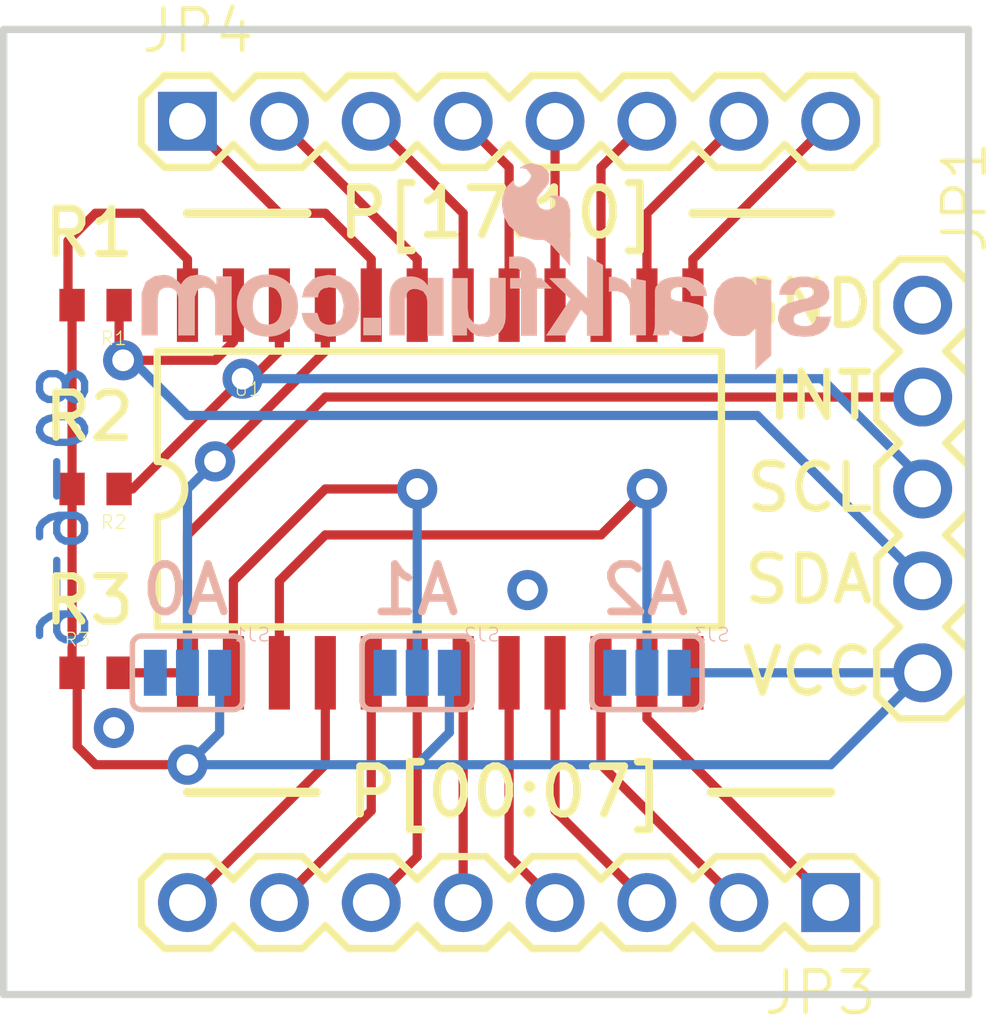
<source format=kicad_pcb>
(kicad_pcb (version 20211014) (generator pcbnew)
  (layers (0 "F.Cu" signal) (31 "B.Cu" signal) (34 "B.Paste" user) (35 "F.Paste" user) (36 "B.SilkS" user "B.Silkscreen") (37 "F.SilkS" user "F.Silkscreen") (38 "B.Mask" user) (39 "F.Mask" user) (44 "Edge.Cuts" user))
  (net 0 "")
  (net 1 "VCC")
  (net 2 "GND")
  (net 3 "A0")
  (net 4 "A1")
  (net 5 "A2")
  (net 6 "INT")
  (net 7 "PO0")
  (net 8 "PO1")
  (net 9 "PO3")
  (net 10 "PO4")
  (net 11 "PO5")
  (net 12 "PO6")
  (net 13 "PO7")
  (net 14 "SDA")
  (net 15 "SCL")
  (net 16 "P17")
  (net 17 "P16")
  (net 18 "P15")
  (net 19 "P14")
  (net 20 "P13")
  (net 21 "P12")
  (net 22 "P11")
  (net 23 "P10")
  (net 24 "PO2")
  (footprint "boardEagle:1X08" (layer "F.Cu") (at 140.2461 94.2086)
    (fp_text reference "JP4" (at -1.3462 -1.8288) (layer "F.SilkS") (effects (font (size 1.143 1.143) (thickness 0.127)) (justify left bottom)))
    (fp_text value "")
    (pad "1" thru_hole rect (at 0 0 90) (size 1.6256 1.6256) (drill 1.016) (layers *.Cu *.Mask) (net 16 "P17"))
    (pad "2" thru_hole circle (at 2.54 0 90) (size 1.6256 1.6256) (drill 1.016) (layers *.Cu *.Mask) (net 17 "P16"))
    (pad "3" thru_hole circle (at 5.08 0 90) (size 1.6256 1.6256) (drill 1.016) (layers *.Cu *.Mask) (net 18 "P15"))
    (pad "4" thru_hole circle (at 7.62 0 90) (size 1.6256 1.6256) (drill 1.016) (layers *.Cu *.Mask) (net 19 "P14"))
    (pad "5" thru_hole circle (at 10.16 0 90) (size 1.6256 1.6256) (drill 1.016) (layers *.Cu *.Mask) (net 20 "P13"))
    (pad "6" thru_hole circle (at 12.7 0 90) (size 1.6256 1.6256) (drill 1.016) (layers *.Cu *.Mask) (net 21 "P12"))
    (pad "7" thru_hole circle (at 15.24 0 90) (size 1.6256 1.6256) (drill 1.016) (layers *.Cu *.Mask) (net 22 "P11"))
    (pad "8" thru_hole circle (at 17.78 0 90) (size 1.6256 1.6256) (drill 1.016) (layers *.Cu *.Mask) (net 23 "P10"))
  )
  (footprint "boardEagle:C0402" (layer "F.Cu") (at 137.7061 99.2886 180)
    (fp_text reference "R1" (at -0.889 -0.6985 180) (layer "F.SilkS") (effects (font (size 0.373888 0.373888) (thickness 0.032512)) (justify right top)))
    (fp_text value "")
    (pad "1" smd rect (at -0.65 0 180) (size 0.7 0.9) (layers "F.Cu" "F.Paste" "F.Mask") (net 14 "SDA"))
    (pad "2" smd rect (at 0.65 0 180) (size 0.7 0.9) (layers "F.Cu" "F.Paste" "F.Mask") (net 1 "VCC"))
  )
  (footprint "boardEagle:1X08" (layer "F.Cu") (at 158.0261 115.7986 180)
    (fp_text reference "JP3" (at -1.3462 -1.8288 180) (layer "F.SilkS") (effects (font (size 1.143 1.143) (thickness 0.127)) (justify right top)))
    (fp_text value "")
    (pad "1" thru_hole rect (at 0 0 270) (size 1.6256 1.6256) (drill 1.016) (layers *.Cu *.Mask) (net 13 "PO7"))
    (pad "2" thru_hole circle (at 2.54 0 270) (size 1.6256 1.6256) (drill 1.016) (layers *.Cu *.Mask) (net 12 "PO6"))
    (pad "3" thru_hole circle (at 5.08 0 270) (size 1.6256 1.6256) (drill 1.016) (layers *.Cu *.Mask) (net 11 "PO5"))
    (pad "4" thru_hole circle (at 7.62 0 270) (size 1.6256 1.6256) (drill 1.016) (layers *.Cu *.Mask) (net 10 "PO4"))
    (pad "5" thru_hole circle (at 10.16 0 270) (size 1.6256 1.6256) (drill 1.016) (layers *.Cu *.Mask) (net 9 "PO3"))
    (pad "6" thru_hole circle (at 12.7 0 270) (size 1.6256 1.6256) (drill 1.016) (layers *.Cu *.Mask) (net 24 "PO2"))
    (pad "7" thru_hole circle (at 15.24 0 270) (size 1.6256 1.6256) (drill 1.016) (layers *.Cu *.Mask) (net 8 "PO1"))
    (pad "8" thru_hole circle (at 17.78 0 270) (size 1.6256 1.6256) (drill 1.016) (layers *.Cu *.Mask) (net 7 "PO0"))
  )
  (footprint "boardEagle:C0402" (layer "F.Cu") (at 137.7061 104.3686 180)
    (fp_text reference "R2" (at -0.889 -0.6985 180) (layer "F.SilkS") (effects (font (size 0.373888 0.373888) (thickness 0.032512)) (justify right top)))
    (fp_text value "")
    (pad "1" smd rect (at -0.65 0 180) (size 0.7 0.9) (layers "F.Cu" "F.Paste" "F.Mask") (net 15 "SCL"))
    (pad "2" smd rect (at 0.65 0 180) (size 0.7 0.9) (layers "F.Cu" "F.Paste" "F.Mask") (net 1 "VCC"))
  )
  (footprint "boardEagle:C0402" (layer "F.Cu") (at 137.7061 109.4486)
    (fp_text reference "R3" (at -0.889 -0.6985) (layer "F.SilkS") (effects (font (size 0.373888 0.373888) (thickness 0.032512)) (justify left bottom)))
    (fp_text value "")
    (pad "1" smd rect (at -0.65 0) (size 0.7 0.9) (layers "F.Cu" "F.Paste" "F.Mask") (net 1 "VCC"))
    (pad "2" smd rect (at 0.65 0) (size 0.7 0.9) (layers "F.Cu" "F.Paste" "F.Mask") (net 6 "INT"))
  )
  (footprint "boardEagle:SO-24DW" (layer "F.Cu") (at 146.5961 104.3686)
    (fp_text reference "U1" (at -5.08 -2.54) (layer "F.SilkS") (effects (font (size 0.373888 0.373888) (thickness 0.032512)) (justify left bottom)))
    (fp_text value "PCF8575C")
    (pad "1" smd rect (at -6.35 5.08 90) (size 2.032 0.5842) (layers "F.Cu" "F.Paste" "F.Mask") (net 6 "INT"))
    (pad "2" smd rect (at -5.08 5.08 90) (size 2.032 0.5842) (layers "F.Cu" "F.Paste" "F.Mask") (net 4 "A1"))
    (pad "3" smd rect (at -3.81 5.08 90) (size 2.032 0.5842) (layers "F.Cu" "F.Paste" "F.Mask") (net 5 "A2"))
    (pad "4" smd rect (at -2.54 5.08 90) (size 2.032 0.5842) (layers "F.Cu" "F.Paste" "F.Mask") (net 7 "PO0"))
    (pad "5" smd rect (at -1.27 5.08 90) (size 2.032 0.5842) (layers "F.Cu" "F.Paste" "F.Mask") (net 8 "PO1"))
    (pad "6" smd rect (at 0 5.08 90) (size 2.032 0.5842) (layers "F.Cu" "F.Paste" "F.Mask") (net 24 "PO2"))
    (pad "7" smd rect (at 1.27 5.08 90) (size 2.032 0.5842) (layers "F.Cu" "F.Paste" "F.Mask") (net 9 "PO3"))
    (pad "8" smd rect (at 2.54 5.08 90) (size 2.032 0.5842) (layers "F.Cu" "F.Paste" "F.Mask") (net 10 "PO4"))
    (pad "9" smd rect (at 3.81 5.08 90) (size 2.032 0.5842) (layers "F.Cu" "F.Paste" "F.Mask") (net 11 "PO5"))
    (pad "10" smd rect (at 5.08 5.08 90) (size 2.032 0.5842) (layers "F.Cu" "F.Paste" "F.Mask") (net 12 "PO6"))
    (pad "11" smd rect (at 6.35 5.08 90) (size 2.032 0.5842) (layers "F.Cu" "F.Paste" "F.Mask") (net 13 "PO7"))
    (pad "12" smd rect (at 7.62 5.08 90) (size 2.032 0.5842) (layers "F.Cu" "F.Paste" "F.Mask") (net 2 "GND"))
    (pad "13" smd rect (at 7.62 -5.08 90) (size 2.032 0.5842) (layers "F.Cu" "F.Paste" "F.Mask") (net 23 "P10"))
    (pad "14" smd rect (at 6.35 -5.08 90) (size 2.032 0.5842) (layers "F.Cu" "F.Paste" "F.Mask") (net 22 "P11"))
    (pad "15" smd rect (at 5.08 -5.08 90) (size 2.032 0.5842) (layers "F.Cu" "F.Paste" "F.Mask") (net 21 "P12"))
    (pad "16" smd rect (at 3.81 -5.08 90) (size 2.032 0.5842) (layers "F.Cu" "F.Paste" "F.Mask") (net 20 "P13"))
    (pad "17" smd rect (at 2.54 -5.08 90) (size 2.032 0.5842) (layers "F.Cu" "F.Paste" "F.Mask") (net 19 "P14"))
    (pad "18" smd rect (at 1.27 -5.08 90) (size 2.032 0.5842) (layers "F.Cu" "F.Paste" "F.Mask") (net 18 "P15"))
    (pad "19" smd rect (at 0 -5.08 90) (size 2.032 0.5842) (layers "F.Cu" "F.Paste" "F.Mask") (net 17 "P16"))
    (pad "20" smd rect (at -1.27 -5.08 90) (size 2.032 0.5842) (layers "F.Cu" "F.Paste" "F.Mask") (net 16 "P17"))
    (pad "21" smd rect (at -2.54 -5.08 90) (size 2.032 0.5842) (layers "F.Cu" "F.Paste" "F.Mask") (net 3 "A0"))
    (pad "22" smd rect (at -3.81 -5.08 90) (size 2.032 0.5842) (layers "F.Cu" "F.Paste" "F.Mask") (net 15 "SCL"))
    (pad "23" smd rect (at -5.08 -5.08 90) (size 2.032 0.5842) (layers "F.Cu" "F.Paste" "F.Mask") (net 14 "SDA"))
    (pad "24" smd rect (at -6.35 -5.08 90) (size 2.032 0.5842) (layers "F.Cu" "F.Paste" "F.Mask") (net 1 "VCC"))
  )
  (footprint "boardEagle:1X05" (layer "F.Cu") (at 160.5661 99.2886 -90)
    (fp_text reference "JP1" (at -1.3462 -1.8288 -90) (layer "F.SilkS") (effects (font (size 1.143 1.143) (thickness 0.127)) (justify left bottom)))
    (fp_text value "")
    (pad "1" thru_hole circle (at 0 0) (size 1.6256 1.6256) (drill 1.016) (layers *.Cu *.Mask) (net 2 "GND"))
    (pad "2" thru_hole circle (at 2.54 0) (size 1.6256 1.6256) (drill 1.016) (layers *.Cu *.Mask) (net 6 "INT"))
    (pad "3" thru_hole circle (at 5.08 0) (size 1.6256 1.6256) (drill 1.016) (layers *.Cu *.Mask) (net 15 "SCL"))
    (pad "4" thru_hole circle (at 7.62 0) (size 1.6256 1.6256) (drill 1.016) (layers *.Cu *.Mask) (net 14 "SDA"))
    (pad "5" thru_hole circle (at 10.16 0) (size 1.6256 1.6256) (drill 1.016) (layers *.Cu *.Mask) (net 1 "VCC"))
  )
  (footprint "boardEagle:SJ_3" (layer "B.Cu") (at 152.9461 109.4486 180)
    (fp_text reference "SJ3" (at -1.27 1.27) (layer "B.SilkS") (effects (font (size 0.373888 0.373888) (thickness 0.032512)) (justify right top mirror)))
    (fp_text value "A2")
    (pad "1" smd rect (at -0.889 0 180) (size 0.635 1.27) (layers "B.Cu" "B.Paste" "B.Mask") (net 1 "VCC"))
    (pad "2" smd rect (at 0 0 180) (size 0.635 1.27) (layers "B.Cu" "B.Paste" "B.Mask") (net 5 "A2"))
    (pad "3" smd rect (at 0.889 0 180) (size 0.635 1.27) (layers "B.Cu" "B.Paste" "B.Mask") (net 2 "GND"))
  )
  (footprint "boardEagle:SJ_3" (layer "B.Cu") (at 146.5961 109.4486 180)
    (fp_text reference "SJ2" (at -1.27 1.27) (layer "B.SilkS") (effects (font (size 0.373888 0.373888) (thickness 0.032512)) (justify right top mirror)))
    (fp_text value "A1")
    (pad "1" smd rect (at -0.889 0 180) (size 0.635 1.27) (layers "B.Cu" "B.Paste" "B.Mask") (net 1 "VCC"))
    (pad "2" smd rect (at 0 0 180) (size 0.635 1.27) (layers "B.Cu" "B.Paste" "B.Mask") (net 4 "A1"))
    (pad "3" smd rect (at 0.889 0 180) (size 0.635 1.27) (layers "B.Cu" "B.Paste" "B.Mask") (net 2 "GND"))
  )
  (footprint "boardEagle:SFE-NEW-WEBLOGO" (layer "B.Cu") (at 158.0261 101.0666 180)
    (fp_text reference "U$2" hide)
    (fp_text value "LOGO-SFENEW" hide)
  )
  (footprint "boardEagle:SJ_3" (layer "B.Cu") (at 140.2461 109.4486 180)
    (fp_text reference "SJ1" (at -1.27 1.27) (layer "B.SilkS") (effects (font (size 0.373888 0.373888) (thickness 0.032512)) (justify right top mirror)))
    (fp_text value "A0")
    (pad "1" smd rect (at -0.889 0 180) (size 0.635 1.27) (layers "B.Cu" "B.Paste" "B.Mask") (net 1 "VCC"))
    (pad "2" smd rect (at 0 0 180) (size 0.635 1.27) (layers "B.Cu" "B.Paste" "B.Mask") (net 3 "A0"))
    (pad "3" smd rect (at 0.889 0 180) (size 0.635 1.27) (layers "B.Cu" "B.Paste" "B.Mask") (net 2 "GND"))
  )
  (gr_line (start 140.2461 112.7506) (end 143.8021 112.7506) (layer "F.SilkS") (width 0.254))
  (gr_line (start 154.7241 112.7506) (end 158.0261 112.7506) (layer "F.SilkS") (width 0.254))
  (gr_line (start 154.2161 96.7486) (end 158.0261 96.7486) (layer "F.SilkS") (width 0.254))
  (gr_line (start 140.2461 96.7486) (end 143.5481 96.7486) (layer "F.SilkS") (width 0.254))
  (gr_line (start 161.8361 118.3386) (end 161.8361 91.6686) (layer "Edge.Cuts") (width 0.2032))
  (gr_line (start 135.1661 91.6686) (end 135.1661 118.3386) (layer "Edge.Cuts") (width 0.2032))
  (gr_line (start 135.1661 118.3386) (end 161.8361 118.3386) (layer "Edge.Cuts") (width 0.2032))
  (gr_line (start 161.8361 91.6686) (end 135.1661 91.6686) (layer "Edge.Cuts") (width 0.2032))
  (gr_text "9-9-08" (at 137.4521 100.8126 -90) (layer "B.Cu") (effects (font (size 1.245108 1.245108) (thickness 0.202692)) (justify right top mirror)))
  (gr_text "A0" (at 141.5161 107.9246) (layer "B.SilkS") (effects (font (size 1.31064 1.31064) (thickness 0.21336)) (justify left bottom mirror)))
  (gr_text "A1" (at 147.8661 107.9246) (layer "B.SilkS") (effects (font (size 1.31064 1.31064) (thickness 0.21336)) (justify left bottom mirror)))
  (gr_text "A2" (at 154.2161 107.9246) (layer "B.SilkS") (effects (font (size 1.31064 1.31064) (thickness 0.21336)) (justify left bottom mirror)))
  (gr_text "P[17:10]" (at 144.3101 97.5106) (layer "F.SilkS") (effects (font (size 1.31064 1.31064) (thickness 0.21336)) (justify left bottom)))
  (gr_text "SCL" (at 159.2961 103.6066) (layer "F.SilkS") (effects (font (size 1.245108 1.245108) (thickness 0.202692)) (justify right top)))
  (gr_text "R3" (at 136.1821 108.1786) (layer "F.SilkS") (effects (font (size 1.245108 1.245108) (thickness 0.202692)) (justify left bottom)))
  (gr_text "R2" (at 136.1821 103.0986) (layer "F.SilkS") (effects (font (size 1.245108 1.245108) (thickness 0.202692)) (justify left bottom)))
  (gr_text "GND" (at 159.2961 98.5266) (layer "F.SilkS") (effects (font (size 1.245108 1.245108) (thickness 0.202692)) (justify right top)))
  (gr_text "P[00:07]" (at 144.5641 113.5126) (layer "F.SilkS") (effects (font (size 1.31064 1.31064) (thickness 0.21336)) (justify left bottom)))
  (gr_text "INT" (at 159.2961 101.0666) (layer "F.SilkS") (effects (font (size 1.245108 1.245108) (thickness 0.202692)) (justify right top)))
  (gr_text "VCC" (at 159.2961 108.6866) (layer "F.SilkS") (effects (font (size 1.245108 1.245108) (thickness 0.202692)) (justify right top)))
  (gr_text "SDA" (at 159.2961 106.1466) (layer "F.SilkS") (effects (font (size 1.245108 1.245108) (thickness 0.202692)) (justify right top)))
  (gr_text "R1" (at 136.1821 98.0186) (layer "F.SilkS") (effects (font (size 1.245108 1.245108) (thickness 0.202692)) (justify left bottom)))
  (segment (start 137.0561 104.2566) (end 137.0561 99.2886) (width 0.254) (layer "F.Cu") (net 1))
  (segment (start 137.1981 109.4486) (end 137.0561 109.4486) (width 0.254) (layer "F.Cu") (net 1))
  (segment (start 136.9441 97.5106) (end 137.7061 96.7486) (width 0.254) (layer "F.Cu") (net 1))
  (segment (start 137.7061 111.9886) (end 140.2461 111.9886) (width 0.254) (layer "F.Cu") (net 1))
  (segment (start 140.2461 98.0186) (end 140.2461 99.2886) (width 0.254) (layer "F.Cu") (net 1))
  (segment (start 137.0561 109.3066) (end 137.0561 104.3686) (width 0.254) (layer "F.Cu") (net 1))
  (segment (start 136.9441 104.3686) (end 137.0561 104.2566) (width 0.254) (layer "F.Cu") (net 1))
  (segment (start 136.9441 99.2886) (end 136.9441 97.5106) (width 0.254) (layer "F.Cu") (net 1))
  (segment (start 138.9761 96.7486) (end 140.2461 98.0186) (width 0.254) (layer "F.Cu") (net 1))
  (segment (start 137.7061 96.7486) (end 138.9761 96.7486) (width 0.254) (layer "F.Cu") (net 1))
  (segment (start 137.1981 109.4486) (end 137.0561 109.3066) (width 0.254) (layer "F.Cu") (net 1))
  (segment (start 137.1981 111.4806) (end 137.1981 109.4486) (width 0.254) (layer "F.Cu") (net 1))
  (segment (start 137.0561 99.2886) (end 136.9441 99.2886) (width 0.254) (layer "F.Cu") (net 1))
  (segment (start 137.1981 111.4806) (end 137.7061 111.9886) (width 0.254) (layer "F.Cu") (net 1))
  (segment (start 137.0561 104.3686) (end 136.9441 104.3686) (width 0.254) (layer "F.Cu") (net 1))
  (via (at 140.2461 111.9886) (size 1.108) (drill 0.6) (layers "F.Cu" "B.Cu") (net 1))
  (segment (start 158.0261 111.9886) (end 160.5661 109.4486) (width 0.254) (layer "B.Cu") (net 1))
  (segment (start 146.5961 111.9886) (end 147.4851 111.0996) (width 0.254) (layer "B.Cu") (net 1))
  (segment (start 147.4851 111.0996) (end 147.4851 109.4486) (width 0.254) (layer "B.Cu") (net 1))
  (segment (start 141.1351 111.0996) (end 141.1351 109.4486) (width 0.254) (layer "B.Cu") (net 1))
  (segment (start 146.5961 111.9886) (end 158.0261 111.9886) (width 0.254) (layer "B.Cu") (net 1))
  (segment (start 140.2461 111.9886) (end 141.1351 111.0996) (width 0.254) (layer "B.Cu") (net 1))
  (segment (start 160.5661 109.4486) (end 153.8351 109.4486) (width 0.254) (layer "B.Cu") (net 1))
  (segment (start 140.2461 111.9886) (end 146.5961 111.9886) (width 0.254) (layer "B.Cu") (net 1))
  (via (at 149.6441 107.1626) (size 1.108) (drill 0.6) (layers "F.Cu" "B.Cu") (net 2))
  (via (at 138.2141 110.9726) (size 1.108) (drill 0.6) (layers "F.Cu" "B.Cu") (net 2))
  (segment (start 144.0561 100.5586) (end 144.0561 99.2886) (width 0.254) (layer "F.Cu") (net 3))
  (segment (start 141.0081 103.6066) (end 144.0561 100.5586) (width 0.254) (layer "F.Cu") (net 3))
  (via (at 141.0081 103.6066) (size 1.108) (drill 0.6) (layers "F.Cu" "B.Cu") (net 3))
  (segment (start 140.2461 104.3686) (end 141.0081 103.6066) (width 0.254) (layer "B.Cu") (net 3))
  (segment (start 140.2461 109.4486) (end 140.2461 104.3686) (width 0.254) (layer "B.Cu") (net 3))
  (segment (start 141.5161 109.4486) (end 141.5161 106.9086) (width 0.254) (layer "F.Cu") (net 4))
  (segment (start 141.5161 106.9086) (end 144.0561 104.3686) (width 0.254) (layer "F.Cu") (net 4))
  (segment (start 144.0561 104.3686) (end 146.5961 104.3686) (width 0.254) (layer "F.Cu") (net 4))
  (via (at 146.5961 104.3686) (size 1.108) (drill 0.6) (layers "F.Cu" "B.Cu") (net 4))
  (segment (start 146.5961 104.3686) (end 146.5961 109.4486) (width 0.254) (layer "B.Cu") (net 4))
  (segment (start 151.6761 105.6386) (end 152.9461 104.3686) (width 0.254) (layer "F.Cu") (net 5))
  (segment (start 142.7861 106.9086) (end 144.0561 105.6386) (width 0.254) (layer "F.Cu") (net 5))
  (segment (start 142.7861 109.4486) (end 142.7861 106.9086) (width 0.254) (layer "F.Cu") (net 5))
  (segment (start 144.0561 105.6386) (end 151.6761 105.6386) (width 0.254) (layer "F.Cu") (net 5))
  (via (at 152.9461 104.3686) (size 1.108) (drill 0.6) (layers "F.Cu" "B.Cu") (net 5))
  (segment (start 152.9461 104.3686) (end 152.9461 109.4486) (width 0.254) (layer "B.Cu") (net 5))
  (segment (start 140.2461 109.4486) (end 140.2461 105.6386) (width 0.254) (layer "F.Cu") (net 6))
  (segment (start 140.2461 105.6386) (end 144.0561 101.8286) (width 0.254) (layer "F.Cu") (net 6))
  (segment (start 138.3561 109.4486) (end 140.2461 109.4486) (width 0.254) (layer "F.Cu") (net 6))
  (segment (start 144.0561 101.8286) (end 160.5661 101.8286) (width 0.254) (layer "F.Cu") (net 6))
  (segment (start 144.0561 111.9886) (end 144.0561 109.4486) (width 0.254) (layer "F.Cu") (net 7))
  (segment (start 140.2461 115.7986) (end 144.0561 111.9886) (width 0.254) (layer "F.Cu") (net 7))
  (segment (start 145.3261 113.2586) (end 145.3261 109.4486) (width 0.254) (layer "F.Cu") (net 8))
  (segment (start 142.7861 115.7986) (end 145.3261 113.2586) (width 0.254) (layer "F.Cu") (net 8))
  (segment (start 147.8661 115.7986) (end 147.8661 109.4486) (width 0.254) (layer "F.Cu") (net 9))
  (segment (start 149.1361 114.5286) (end 150.4061 115.7986) (width 0.254) (layer "F.Cu") (net 10))
  (segment (start 149.1361 114.5286) (end 149.1361 109.4486) (width 0.254) (layer "F.Cu") (net 10))
  (segment (start 150.4061 113.2586) (end 150.4061 109.4486) (width 0.254) (layer "F.Cu") (net 11))
  (segment (start 152.9461 115.7986) (end 150.4061 113.2586) (width 0.254) (layer "F.Cu") (net 11))
  (segment (start 151.6761 111.9886) (end 155.4861 115.7986) (width 0.254) (layer "F.Cu") (net 12))
  (segment (start 151.6761 111.9886) (end 151.6761 109.4486) (width 0.254) (layer "F.Cu") (net 12))
  (segment (start 152.9461 110.7186) (end 152.9461 109.4486) (width 0.254) (layer "F.Cu") (net 13))
  (segment (start 158.0261 115.7986) (end 152.9461 110.7186) (width 0.254) (layer "F.Cu") (net 13))
  (segment (start 138.4681 100.8126) (end 138.3561 100.7006) (width 0.254) (layer "F.Cu") (net 14))
  (segment (start 141.0081 100.8126) (end 141.5161 100.3046) (width 0.254) (layer "F.Cu") (net 14))
  (segment (start 138.3561 100.7006) (end 138.3561 99.2886) (width 0.254) (layer "F.Cu") (net 14))
  (segment (start 141.5161 100.3046) (end 141.5161 99.2886) (width 0.254) (layer "F.Cu") (net 14))
  (segment (start 138.4681 100.8126) (end 141.0081 100.8126) (width 0.254) (layer "F.Cu") (net 14))
  (via (at 138.4681 100.8126) (size 1.108) (drill 0.6) (layers "F.Cu" "B.Cu") (net 14))
  (segment (start 155.9941 102.3366) (end 160.5661 106.9086) (width 0.254) (layer "B.Cu") (net 14))
  (segment (start 138.7221 100.8126) (end 140.2461 102.3366) (width 0.254) (layer "B.Cu") (net 14))
  (segment (start 138.4681 100.8126) (end 138.7221 100.8126) (width 0.254) (layer "B.Cu") (net 14))
  (segment (start 140.2461 102.3366) (end 155.9941 102.3366) (width 0.254) (layer "B.Cu") (net 14))
  (segment (start 138.7221 104.3686) (end 141.7701 101.3206) (width 0.254) (layer "F.Cu") (net 15))
  (segment (start 142.0241 101.3206) (end 142.7861 100.5586) (width 0.254) (layer "F.Cu") (net 15))
  (segment (start 141.7701 101.3206) (end 142.0241 101.3206) (width 0.254) (layer "F.Cu") (net 15))
  (segment (start 142.7861 100.5586) (end 142.7861 99.2886) (width 0.254) (layer "F.Cu") (net 15))
  (segment (start 138.3561 104.3686) (end 138.7221 104.3686) (width 0.254) (layer "F.Cu") (net 15))
  (via (at 141.7701 101.3206) (size 1.108) (drill 0.6) (layers "F.Cu" "B.Cu") (net 15))
  (segment (start 160.5661 104.1146) (end 160.5661 104.3686) (width 0.254) (layer "B.Cu") (net 15))
  (segment (start 141.7701 101.3206) (end 157.7721 101.3206) (width 0.254) (layer "B.Cu") (net 15))
  (segment (start 157.7721 101.3206) (end 160.5661 104.1146) (width 0.254) (layer "B.Cu") (net 15))
  (segment (start 142.7861 96.7486) (end 144.0561 96.7486) (width 0.254) (layer "F.Cu") (net 16))
  (segment (start 145.3261 98.0186) (end 145.3261 99.2886) (width 0.254) (layer "F.Cu") (net 16))
  (segment (start 144.0561 96.7486) (end 145.3261 98.0186) (width 0.254) (layer "F.Cu") (net 16))
  (segment (start 140.2461 94.2086) (end 142.7861 96.7486) (width 0.254) (layer "F.Cu") (net 16))
  (segment (start 146.5961 99.2886) (end 146.5961 98.0186) (width 0.254) (layer "F.Cu") (net 17))
  (segment (start 146.5961 98.0186) (end 142.7861 94.2086) (width 0.254) (layer "F.Cu") (net 17))
  (segment (start 147.8661 96.7486) (end 145.3261 94.2086) (width 0.254) (layer "F.Cu") (net 18))
  (segment (start 147.8661 99.2886) (end 147.8661 96.7486) (width 0.254) (layer "F.Cu") (net 18))
  (segment (start 149.1361 95.4786) (end 147.8661 94.2086) (width 0.254) (layer "F.Cu") (net 19))
  (segment (start 149.1361 99.2886) (end 149.1361 95.4786) (width 0.254) (layer "F.Cu") (net 19))
  (segment (start 150.4061 99.2886) (end 150.4061 94.2086) (width 0.254) (layer "F.Cu") (net 20))
  (segment (start 151.6761 95.4786) (end 152.9461 94.2086) (width 0.254) (layer "F.Cu") (net 21))
  (segment (start 151.6761 99.2886) (end 151.6761 95.4786) (width 0.254) (layer "F.Cu") (net 21))
  (segment (start 152.9461 96.7486) (end 155.4861 94.2086) (width 0.254) (layer "F.Cu") (net 22))
  (segment (start 152.9461 99.2886) (end 152.9461 96.7486) (width 0.254) (layer "F.Cu") (net 22))
  (segment (start 154.2161 99.2886) (end 154.2161 98.0186) (width 0.254) (layer "F.Cu") (net 23))
  (segment (start 154.2161 98.0186) (end 158.0261 94.2086) (width 0.254) (layer "F.Cu") (net 23))
  (segment (start 145.3261 115.7986) (end 146.5961 114.5286) (width 0.254) (layer "F.Cu") (net 24))
  (segment (start 146.5961 114.5286) (end 146.5961 109.4486) (width 0.254) (layer "F.Cu") (net 24))
)
</source>
